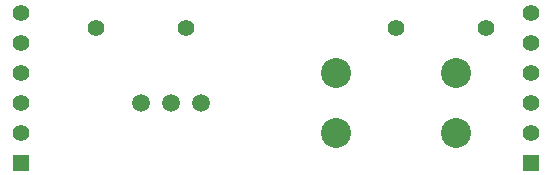
<source format=gts>
G04 (created by PCBNEW (2013-jul-07)-stable) date Thu 18 Dec 2014 12:40:28 PM EET*
%MOIN*%
G04 Gerber Fmt 3.4, Leading zero omitted, Abs format*
%FSLAX34Y34*%
G01*
G70*
G90*
G04 APERTURE LIST*
%ADD10C,0.00590551*%
%ADD11C,0.0590551*%
%ADD12C,0.1*%
%ADD13C,0.055*%
%ADD14R,0.055X0.055*%
G04 APERTURE END LIST*
G54D10*
G54D11*
X76000Y-57000D03*
X77000Y-57000D03*
X75000Y-57000D03*
G54D12*
X81500Y-56000D03*
X85500Y-58000D03*
X85500Y-56000D03*
X81500Y-58000D03*
G54D13*
X76500Y-54500D03*
X73500Y-54500D03*
X86500Y-54500D03*
X83500Y-54500D03*
G54D14*
X71000Y-59000D03*
G54D13*
X71000Y-58000D03*
X71000Y-57000D03*
X71000Y-56000D03*
X71000Y-55000D03*
X71000Y-54000D03*
G54D14*
X88000Y-59000D03*
G54D13*
X88000Y-58000D03*
X88000Y-57000D03*
X88000Y-56000D03*
X88000Y-55000D03*
X88000Y-54000D03*
M02*

</source>
